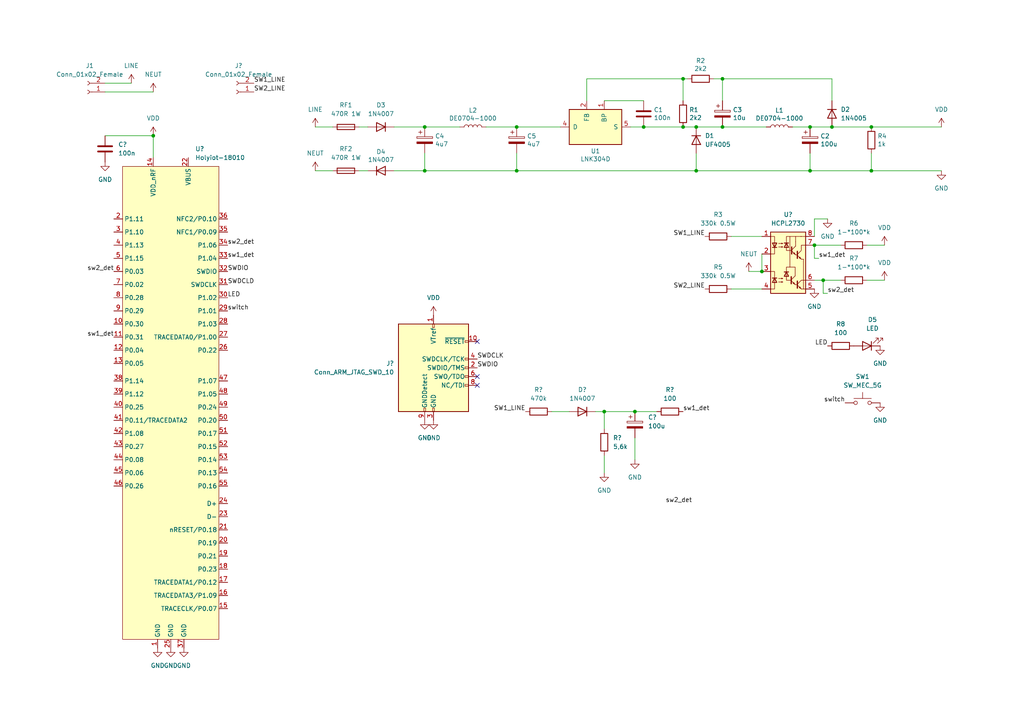
<source format=kicad_sch>
(kicad_sch (version 20211123) (generator eeschema)
  (paper "A4")
  (lib_symbols
    (symbol "Connector:Conn_01x02_Female" (pin_names (offset 1.016) hide)
      (property "Reference" "J" (at 0 2.54 0))
      (property "Value" "Conn_01x02_Female" (at 0 -5.08 0))
      (symbol "Conn_01x02_Female_1_1"
        (arc (start 0 -2.032) (mid -0.508 -2.54) (end 0 -3.048) (stroke (width 0.1524)))
        (polyline (pts (xy -1.27 -2.54) (xy -0.508 -2.54)) (stroke (width 0.1524)))
        (polyline (pts (xy -1.27 0) (xy -0.508 0)) (stroke (width 0.1524)))
        (arc (start 0 0.508) (mid -0.508 0) (end 0 -0.508) (stroke (width 0.1524)))
        (pin passive line (at -5.08 0 0) (length 3.81) (name "Pin_1") (number "1"))
        (pin passive line (at -5.08 -2.54 0) (length 3.81) (name "Pin_2") (number "2"))
      )
    )
    (symbol "Connector:Conn_ARM_JTAG_SWD_10" (pin_names (offset 1.016))
      (property "Reference" "J" (at -2.54 16.51 0))
      (property "Value" "Conn_ARM_JTAG_SWD_10" (at -2.54 13.97 0))
      (symbol "Conn_ARM_JTAG_SWD_10_0_1"
        (rectangle (start -10.16 12.7) (end 10.16 -12.7) (stroke (width 0.254)) (fill (type background)))
        (rectangle (start -2.794 -12.7) (end -2.286 -11.684))
        (rectangle (start -0.254 -12.7) (end 0.254 -11.684))
        (rectangle (start -0.254 12.7) (end 0.254 11.684))
        (rectangle (start 9.144 2.286) (end 10.16 2.794))
        (rectangle (start 10.16 -2.794) (end 9.144 -2.286))
        (rectangle (start 10.16 -0.254) (end 9.144 0.254))
        (rectangle (start 10.16 7.874) (end 9.144 7.366))
      )
      (symbol "Conn_ARM_JTAG_SWD_10_1_1"
        (rectangle (start 9.144 -5.334) (end 10.16 -4.826))
        (pin power_in line (at 0 15.24 270) (length 2.54) (name "VTref") (number "1"))
        (pin open_collector line (at 12.7 7.62 180) (length 2.54) (name "~{RESET}") (number "10"))
        (pin bidirectional line (at 12.7 0 180) (length 2.54) (name "SWDIO/TMS") (number "2"))
        (pin power_in line (at 0 -15.24 90) (length 2.54) (name "GND") (number "3"))
        (pin output line (at 12.7 2.54 180) (length 2.54) (name "SWDCLK/TCK") (number "4"))
        (pin passive line (at 0 -15.24 90) (length 2.54) hide (name "GND") (number "5"))
        (pin input line (at 12.7 -2.54 180) (length 2.54) (name "SWO/TDO") (number "6"))
        (pin no_connect line (at -10.16 0 0) (length 2.54) hide (name "KEY") (number "7"))
        (pin output line (at 12.7 -5.08 180) (length 2.54) (name "NC/TDI") (number "8"))
        (pin passive line (at -2.54 -15.24 90) (length 2.54) (name "GNDDetect") (number "9"))
      )
    )
    (symbol "Device:C" (pin_numbers hide) (pin_names (offset 0.254))
      (property "Reference" "C" (at 0.635 2.54 0))
      (property "Value" "C" (at 0.635 -2.54 0))
      (symbol "C_0_1"
        (polyline (pts (xy -2.032 -0.762) (xy 2.032 -0.762)) (stroke (width 0.508)))
        (polyline (pts (xy -2.032 0.762) (xy 2.032 0.762)) (stroke (width 0.508)))
      )
      (symbol "C_1_1"
        (pin passive line (at 0 3.81 270) (length 2.794) (name "~") (number "1"))
        (pin passive line (at 0 -3.81 90) (length 2.794) (name "~") (number "2"))
      )
    )
    (symbol "Device:CP" (pin_numbers hide) (pin_names (offset 0.254))
      (property "Reference" "C" (at 0.635 2.54 0))
      (property "Value" "Device_CP" (at 0.635 -2.54 0))
      (symbol "CP_0_1"
        (rectangle (start -2.286 0.508) (end 2.286 1.016))
        (polyline (pts (xy -1.778 2.286) (xy -0.762 2.286)))
        (polyline (pts (xy -1.27 2.794) (xy -1.27 1.778)))
        (rectangle (start 2.286 -0.508) (end -2.286 -1.016) (fill (type outline)))
      )
      (symbol "CP_1_1"
        (pin passive line (at 0 3.81 270) (length 2.794) (name "~") (number "1"))
        (pin passive line (at 0 -3.81 90) (length 2.794) (name "~") (number "2"))
      )
    )
    (symbol "Device:C_Polarized" (pin_numbers hide) (pin_names (offset 0.254))
      (property "Reference" "C" (at 0.635 2.54 0))
      (property "Value" "C_Polarized" (at 0.635 -2.54 0))
      (symbol "C_Polarized_0_1"
        (rectangle (start -2.286 0.508) (end 2.286 1.016))
        (polyline (pts (xy -1.778 2.286) (xy -0.762 2.286)))
        (polyline (pts (xy -1.27 2.794) (xy -1.27 1.778)))
        (rectangle (start 2.286 -0.508) (end -2.286 -1.016) (fill (type outline)))
      )
      (symbol "C_Polarized_1_1"
        (pin passive line (at 0 3.81 270) (length 2.794) (name "~") (number "1"))
        (pin passive line (at 0 -3.81 90) (length 2.794) (name "~") (number "2"))
      )
    )
    (symbol "Device:D" (pin_numbers hide) (pin_names (offset 1.016) hide)
      (property "Reference" "D" (at 0 2.54 0))
      (property "Value" "D" (at 0 -2.54 0))
      (symbol "D_0_1"
        (polyline (pts (xy -1.27 1.27) (xy -1.27 -1.27)) (stroke (width 0.254)))
        (polyline (pts (xy 1.27 0) (xy -1.27 0)))
        (polyline (pts (xy 1.27 1.27) (xy 1.27 -1.27) (xy -1.27 0) (xy 1.27 1.27)) (stroke (width 0.254)))
      )
      (symbol "D_1_1"
        (pin passive line (at -3.81 0 0) (length 2.54) (name "K") (number "1"))
        (pin passive line (at 3.81 0 180) (length 2.54) (name "A") (number "2"))
      )
    )
    (symbol "Device:Fuse" (pin_numbers hide) (pin_names (offset 0))
      (property "Reference" "F" (at 2.032 0 90))
      (property "Value" "Fuse" (at -1.905 0 90))
      (symbol "Fuse_0_1"
        (rectangle (start -0.762 -2.54) (end 0.762 2.54) (stroke (width 0.254)))
        (polyline (pts (xy 0 2.54) (xy 0 -2.54)))
      )
      (symbol "Fuse_1_1"
        (pin passive line (at 0 3.81 270) (length 1.27) (name "~") (number "1"))
        (pin passive line (at 0 -3.81 90) (length 1.27) (name "~") (number "2"))
      )
    )
    (symbol "Device:L" (pin_numbers hide) (pin_names (offset 1.016) hide)
      (property "Reference" "L" (at -1.27 0 90))
      (property "Value" "L" (at 1.905 0 90))
      (symbol "L_0_1"
        (arc (start 0 -2.54) (mid 0.635 -1.905) (end 0 -1.27))
        (arc (start 0 -1.27) (mid 0.635 -0.635) (end 0 0))
        (arc (start 0 0) (mid 0.635 0.635) (end 0 1.27))
        (arc (start 0 1.27) (mid 0.635 1.905) (end 0 2.54))
      )
      (symbol "L_1_1"
        (pin passive line (at 0 3.81 270) (length 1.27) (name "1") (number "1"))
        (pin passive line (at 0 -3.81 90) (length 1.27) (name "2") (number "2"))
      )
    )
    (symbol "Device:LED" (pin_numbers hide) (pin_names (offset 1.016) hide)
      (property "Reference" "D" (at 0 2.54 0))
      (property "Value" "LED" (at 0 -2.54 0))
      (symbol "LED_0_1"
        (polyline (pts (xy -1.27 -1.27) (xy -1.27 1.27)) (stroke (width 0.254)))
        (polyline (pts (xy -1.27 0) (xy 1.27 0)))
        (polyline (pts (xy 1.27 -1.27) (xy 1.27 1.27) (xy -1.27 0) (xy 1.27 -1.27)) (stroke (width 0.254)))
        (polyline (pts (xy -3.048 -0.762) (xy -4.572 -2.286) (xy -3.81 -2.286) (xy -4.572 -2.286) (xy -4.572 -1.524)))
        (polyline (pts (xy -1.778 -0.762) (xy -3.302 -2.286) (xy -2.54 -2.286) (xy -3.302 -2.286) (xy -3.302 -1.524)))
      )
      (symbol "LED_1_1"
        (pin passive line (at -3.81 0 0) (length 2.54) (name "K") (number "1"))
        (pin passive line (at 3.81 0 180) (length 2.54) (name "A") (number "2"))
      )
    )
    (symbol "Device:R" (pin_numbers hide) (pin_names (offset 0))
      (property "Reference" "R" (at 2.032 0 90))
      (property "Value" "R" (at 0 0 90))
      (symbol "R_0_1"
        (rectangle (start -1.016 -2.54) (end 1.016 2.54) (stroke (width 0.254)))
      )
      (symbol "R_1_1"
        (pin passive line (at 0 3.81 270) (length 1.27) (name "~") (number "1"))
        (pin passive line (at 0 -3.81 90) (length 1.27) (name "~") (number "2"))
      )
    )
    (symbol "Isolator:HCPL2730" (pin_names (offset 0.762) hide)
      (property "Reference" "U" (at -5.08 10.16 0))
      (property "Value" "HCPL2730" (at -5.08 -10.16 0))
      (symbol "HCPL2730_0_1"
        (rectangle (start -5.08 8.89) (end 5.08 -8.89) (stroke (width 0.254)) (fill (type background)))
        (polyline (pts (xy -4.572 -4.445) (xy -3.302 -4.445)) (stroke (width 0.254)))
        (polyline (pts (xy -4.572 4.445) (xy -3.302 4.445)) (stroke (width 0.254)))
        (polyline (pts (xy -0.508 -4.572) (xy -0.508 -3.937)))
        (polyline (pts (xy 0.127 -2.667) (xy -1.143 -2.667)) (stroke (width 0.254)))
        (polyline (pts (xy 0.127 5.715) (xy -1.143 5.715)) (stroke (width 0.254)))
        (polyline (pts (xy 0.889 -5.207) (xy 2.032 -6.35)))
        (polyline (pts (xy 0.889 -4.953) (xy 2.032 -3.81)))
        (polyline (pts (xy 1.016 3.429) (xy 2.159 2.286)))
        (polyline (pts (xy 1.016 3.683) (xy 2.159 4.826)))
        (polyline (pts (xy 2.032 -6.35) (xy 2.54 -6.35)))
        (polyline (pts (xy 2.159 2.286) (xy 2.667 2.286)))
        (polyline (pts (xy 2.159 4.826) (xy 2.159 6.096)))
        (polyline (pts (xy 2.159 6.096) (xy 2.159 7.62)))
        (polyline (pts (xy 2.667 -6.477) (xy 3.81 -7.62)))
        (polyline (pts (xy 2.667 -6.223) (xy 3.81 -5.08)))
        (polyline (pts (xy 2.667 2.159) (xy 3.81 1.016)))
        (polyline (pts (xy 2.667 2.413) (xy 3.81 3.556)))
        (polyline (pts (xy 3.683 7.62) (xy 5.08 7.62)))
        (polyline (pts (xy 3.81 -7.62) (xy 5.08 -7.62)))
        (polyline (pts (xy 3.81 -5.08) (xy 5.08 -5.08)))
        (polyline (pts (xy 3.81 1.016) (xy 4.445 1.016)))
        (polyline (pts (xy 4.445 -7.62) (xy 4.445 1.016)))
        (polyline (pts (xy -0.508 -4.572) (xy -0.508 -5.08) (xy 0.762 -5.08)))
        (polyline (pts (xy -0.508 4.445) (xy -0.508 7.62) (xy 3.81 7.62)))
        (polyline (pts (xy -0.508 4.572) (xy -0.508 3.556) (xy 1.016 3.556)))
        (polyline (pts (xy 0.508 -1.27) (xy 2.032 -1.27) (xy 2.032 -3.81)))
        (polyline (pts (xy 0.889 -4.064) (xy 0.889 -6.096) (xy 0.889 -6.096)) (stroke (width 0.3556)))
        (polyline (pts (xy 1.016 4.572) (xy 1.016 2.54) (xy 1.016 2.54)) (stroke (width 0.3556)))
        (polyline (pts (xy 2.667 -5.334) (xy 2.667 -7.366) (xy 2.667 -7.366)) (stroke (width 0.3556)))
        (polyline (pts (xy 2.667 3.302) (xy 2.667 1.27) (xy 2.667 1.27)) (stroke (width 0.3556)))
        (polyline (pts (xy 3.81 3.683) (xy 3.81 5.08) (xy 5.08 5.08)))
        (polyline (pts (xy -5.08 -2.54) (xy -3.937 -2.54) (xy -3.937 -7.62) (xy -5.08 -7.62)))
        (polyline (pts (xy -5.08 7.62) (xy -3.937 7.62) (xy -3.937 2.54) (xy -5.08 2.54)))
        (polyline (pts (xy -3.937 -4.445) (xy -4.572 -5.715) (xy -3.302 -5.715) (xy -3.937 -4.445)) (stroke (width 0.254)))
        (polyline (pts (xy -3.937 4.445) (xy -4.572 5.715) (xy -3.302 5.715) (xy -3.937 4.445)) (stroke (width 0.254)))
        (polyline (pts (xy -0.508 -3.937) (xy -0.508 -1.27) (xy 0.508 -1.27) (xy 0.508 7.62)))
        (polyline (pts (xy -0.508 -2.667) (xy 0.127 -3.937) (xy -1.143 -3.937) (xy -0.508 -2.667)) (stroke (width 0.254)))
        (polyline (pts (xy -0.508 5.715) (xy 0.127 4.445) (xy -1.143 4.445) (xy -0.508 5.715)) (stroke (width 0.254)))
        (polyline (pts (xy 1.905 -6.223) (xy 1.651 -5.715) (xy 1.397 -5.969) (xy 1.905 -6.223)))
        (polyline (pts (xy 2.032 2.413) (xy 1.778 2.921) (xy 1.524 2.667) (xy 2.032 2.413)))
        (polyline (pts (xy 3.683 -7.493) (xy 3.429 -6.985) (xy 3.175 -7.239) (xy 3.683 -7.493)))
        (polyline (pts (xy 3.683 1.143) (xy 3.429 1.651) (xy 3.175 1.397) (xy 3.683 1.143)))
        (polyline (pts (xy -2.794 -5.588) (xy -1.524 -5.588) (xy -1.905 -5.715) (xy -1.905 -5.461) (xy -1.524 -5.588)))
        (polyline (pts (xy -2.794 -4.572) (xy -1.524 -4.572) (xy -1.905 -4.699) (xy -1.905 -4.445) (xy -1.524 -4.572)))
        (polyline (pts (xy -2.794 4.572) (xy -1.524 4.572) (xy -1.905 4.445) (xy -1.905 4.699) (xy -1.524 4.572)))
        (polyline (pts (xy -2.794 5.588) (xy -1.524 5.588) (xy -1.905 5.461) (xy -1.905 5.715) (xy -1.524 5.588)))
      )
      (symbol "HCPL2730_1_1"
        (pin passive line (at -7.62 7.62 0) (length 2.54) (name "A1") (number "1"))
        (pin passive line (at -7.62 2.54 0) (length 2.54) (name "C1") (number "2"))
        (pin passive line (at -7.62 -2.54 0) (length 2.54) (name "C2") (number "3"))
        (pin passive line (at -7.62 -7.62 0) (length 2.54) (name "A2") (number "4"))
        (pin passive line (at 7.62 -7.62 180) (length 2.54) (name "GND") (number "5"))
        (pin passive line (at 7.62 -5.08 180) (length 2.54) (name "VO2") (number "6"))
        (pin passive line (at 7.62 5.08 180) (length 2.54) (name "VO1") (number "7"))
        (pin passive line (at 7.62 7.62 180) (length 2.54) (name "VCC") (number "8"))
      )
    )
    (symbol "Regulator_Switching:LNK304D" (pin_names (offset 1.016))
      (property "Reference" "U" (at 0 -6.35 0))
      (property "Value" "LNK304D" (at 0 -8.89 0))
      (symbol "LNK304D_0_1"
        (rectangle (start -7.62 5.08) (end 7.62 -5.08) (stroke (width 0.254)) (fill (type background)))
      )
      (symbol "LNK304D_1_1"
        (pin input line (at 2.54 7.62 270) (length 2.54) (name "BP") (number "1"))
        (pin input line (at -2.54 7.62 270) (length 2.54) (name "FB") (number "2"))
        (pin open_collector line (at -10.16 0 0) (length 2.54) (name "D") (number "4"))
        (pin power_in line (at 10.16 0 180) (length 2.54) (name "S") (number "5"))
        (pin passive line (at 10.16 0 180) (length 2.54) hide (name "S") (number "6"))
        (pin passive line (at 10.16 0 180) (length 2.54) hide (name "S") (number "7"))
        (pin passive line (at 10.16 0 180) (length 2.54) hide (name "S") (number "8"))
      )
    )
    (symbol "Switch:SW_MEC_5G" (pin_numbers hide) (pin_names (offset 1.016) hide)
      (property "Reference" "SW" (at 1.27 2.54 0))
      (property "Value" "SW_MEC_5G" (at 0 -1.524 0))
      (symbol "SW_MEC_5G_0_1"
        (circle (center -2.032 0) (radius 0.508))
        (polyline (pts (xy 0 1.27) (xy 0 3.048)))
        (polyline (pts (xy 2.54 1.27) (xy -2.54 1.27)))
        (circle (center 2.032 0) (radius 0.508))
        (pin passive line (at -5.08 0 0) (length 2.54) (name "A") (number "1"))
        (pin passive line (at 5.08 0 180) (length 2.54) (name "B") (number "3"))
      )
      (symbol "SW_MEC_5G_1_1"
        (pin passive line (at -5.08 0 0) (length 2.54) hide (name "A") (number "2"))
        (pin passive line (at 5.08 0 180) (length 2.54) hide (name "B") (number "4"))
      )
    )
    (symbol "holyiot:Holyiot-18010"
      (property "Reference" "U" (at 10.16 0 0))
      (property "Value" "Holyiot-18010" (at -1.27 0 0))
      (symbol "Holyiot-18010_0_1"
        (rectangle (start -13.97 11.43) (end 13.97 -125.73) (fill (type background)))
      )
      (symbol "Holyiot-18010_1_1"
        (pin power_in line (at -3.81 -128.27 90) (length 2.54) (name "GND") (number "1"))
        (pin bidirectional line (at -16.51 -34.29 0) (length 2.54) (name "P0.30") (number "10"))
        (pin bidirectional line (at -16.51 -38.1 0) (length 2.54) (name "P0.31") (number "11"))
        (pin bidirectional line (at -16.51 -41.91 0) (length 2.54) (name "P0.04") (number "12"))
        (pin bidirectional line (at -16.51 -45.72 0) (length 2.54) (name "P0.05") (number "13"))
        (pin power_in line (at -5.08 13.97 270) (length 2.54) (name "VDD_nRF") (number "14"))
        (pin bidirectional line (at 16.51 -116.84 180) (length 2.54) (name "TRACECLK/P0.07") (number "15"))
        (pin bidirectional line (at 16.51 -113.03 180) (length 2.54) (name "TRACEDATA3/P1.09") (number "16"))
        (pin bidirectional line (at 16.51 -109.22 180) (length 2.54) (name "TRACEDATA1/P0.12") (number "17"))
        (pin bidirectional line (at 16.51 -105.41 180) (length 2.54) (name "P0.23") (number "18"))
        (pin bidirectional line (at 16.51 -101.6 180) (length 2.54) (name "P0.21") (number "19"))
        (pin bidirectional line (at -16.51 -3.81 0) (length 2.54) (name "P1.11") (number "2"))
        (pin bidirectional line (at 16.51 -97.79 180) (length 2.54) (name "P0.19") (number "20"))
        (pin bidirectional line (at 16.51 -93.98 180) (length 2.54) (name "nRESET/P0.18") (number "21"))
        (pin power_in line (at 5.08 13.97 270) (length 2.54) (name "VBUS") (number "22"))
        (pin bidirectional line (at 16.51 -90.17 180) (length 2.54) (name "D-") (number "23"))
        (pin bidirectional line (at 16.51 -86.36 180) (length 2.54) (name "D+") (number "24"))
        (pin power_in line (at 0 -128.27 90) (length 2.54) (name "GND") (number "25"))
        (pin bidirectional line (at 16.51 -41.91 180) (length 2.54) (name "P0.22") (number "26"))
        (pin bidirectional line (at 16.51 -38.1 180) (length 2.54) (name "TRACEDATA0/P1.00") (number "27"))
        (pin bidirectional line (at 16.51 -34.29 180) (length 2.54) (name "P1.03") (number "28"))
        (pin bidirectional line (at 16.51 -30.48 180) (length 2.54) (name "P1.01") (number "29"))
        (pin bidirectional line (at -16.51 -7.62 0) (length 2.54) (name "P1.10") (number "3"))
        (pin bidirectional line (at 16.51 -26.67 180) (length 2.54) (name "P1.02") (number "30"))
        (pin bidirectional line (at 16.51 -22.86 180) (length 2.54) (name "SWDCLK") (number "31"))
        (pin bidirectional line (at 16.51 -19.05 180) (length 2.54) (name "SWDIO") (number "32"))
        (pin bidirectional line (at 16.51 -15.24 180) (length 2.54) (name "P1.04") (number "33"))
        (pin bidirectional line (at 16.51 -11.43 180) (length 2.54) (name "P1.06") (number "34"))
        (pin bidirectional line (at 16.51 -7.62 180) (length 2.54) (name "NFC1/P0.09") (number "35"))
        (pin bidirectional line (at 16.51 -3.81 180) (length 2.54) (name "NFC2/P0.10") (number "36"))
        (pin power_in line (at 3.81 -128.27 90) (length 2.54) (name "GND") (number "37"))
        (pin bidirectional line (at -16.51 -50.8 0) (length 2.54) (name "P1.14") (number "38"))
        (pin bidirectional line (at -16.51 -54.61 0) (length 2.54) (name "P1.12") (number "39"))
        (pin bidirectional line (at -16.51 -11.43 0) (length 2.54) (name "P1.13") (number "4"))
        (pin bidirectional line (at -16.51 -58.42 0) (length 2.54) (name "P0.25") (number "40"))
        (pin bidirectional line (at -16.51 -62.23 0) (length 2.54) (name "P0.11/TRACEDATA2") (number "41"))
        (pin bidirectional line (at -16.51 -66.04 0) (length 2.54) (name "P1.08") (number "42"))
        (pin bidirectional line (at -16.51 -69.85 0) (length 2.54) (name "P0.27") (number "43"))
        (pin bidirectional line (at -16.51 -73.66 0) (length 2.54) (name "P0.08") (number "44"))
        (pin bidirectional line (at -16.51 -77.47 0) (length 2.54) (name "P0.06") (number "45"))
        (pin bidirectional line (at -16.51 -81.28 0) (length 2.54) (name "P0.26") (number "46"))
        (pin bidirectional line (at 16.51 -50.8 180) (length 2.54) (name "P1.07") (number "47"))
        (pin bidirectional line (at 16.51 -54.61 180) (length 2.54) (name "P1.05") (number "48"))
        (pin bidirectional line (at 16.51 -58.42 180) (length 2.54) (name "P0.24") (number "49"))
        (pin bidirectional line (at -16.51 -15.24 0) (length 2.54) (name "P1.15") (number "5"))
        (pin bidirectional line (at 16.51 -62.23 180) (length 2.54) (name "P0.20") (number "50"))
        (pin bidirectional line (at 16.51 -66.04 180) (length 2.54) (name "P0.17") (number "51"))
        (pin bidirectional line (at 16.51 -69.85 180) (length 2.54) (name "P0.15") (number "52"))
        (pin bidirectional line (at 16.51 -73.66 180) (length 2.54) (name "P0.14") (number "53"))
        (pin bidirectional line (at 16.51 -77.47 180) (length 2.54) (name "P0.13") (number "54"))
        (pin bidirectional line (at 16.51 -81.28 180) (length 2.54) (name "P0.16") (number "55"))
        (pin bidirectional line (at -16.51 -19.05 0) (length 2.54) (name "P0.03") (number "6"))
        (pin bidirectional line (at -16.51 -22.86 0) (length 2.54) (name "P0.02") (number "7"))
        (pin bidirectional line (at -16.51 -26.67 0) (length 2.54) (name "P0.28") (number "8"))
        (pin bidirectional line (at -16.51 -30.48 0) (length 2.54) (name "P0.29") (number "9"))
      )
    )
    (symbol "power:GND" (power) (pin_names (offset 0))
      (property "Value" "GND" (at 0 -3.81 0))
      (symbol "GND_0_1"
        (polyline (pts (xy 0 0) (xy 0 -1.27) (xy 1.27 -1.27) (xy 0 -2.54) (xy -1.27 -1.27) (xy 0 -1.27)))
      )
      (symbol "GND_1_1"
        (pin power_in line (at 0 0 270) (length 0) hide (name "GND") (number "1"))
      )
    )
    (symbol "power:LINE" (power) (pin_names (offset 0))
      (property "Value" "LINE" (at 0 3.81 0))
      (symbol "LINE_0_1"
        (polyline (pts (xy -0.762 1.27) (xy 0 2.54)))
        (polyline (pts (xy 0 0) (xy 0 2.54)))
        (polyline (pts (xy 0 2.54) (xy 0.762 1.27)))
      )
      (symbol "LINE_1_1"
        (pin power_in line (at 0 0 90) (length 0) hide (name "LINE") (number "1"))
      )
    )
    (symbol "power:NEUT" (power) (pin_names (offset 0))
      (property "Value" "NEUT" (at 0 3.81 0))
      (symbol "NEUT_0_1"
        (polyline (pts (xy -0.762 1.27) (xy 0 2.54)))
        (polyline (pts (xy 0 0) (xy 0 2.54)))
        (polyline (pts (xy 0 2.54) (xy 0.762 1.27)))
      )
      (symbol "NEUT_1_1"
        (pin power_in line (at 0 0 90) (length 0) hide (name "NEUT") (number "1"))
      )
    )
    (symbol "power:VDD" (power) (pin_names (offset 0))
      (property "Value" "VDD" (at 0 3.81 0))
      (symbol "VDD_0_1"
        (polyline (pts (xy -0.762 1.27) (xy 0 2.54)))
        (polyline (pts (xy 0 0) (xy 0 2.54)))
        (polyline (pts (xy 0 2.54) (xy 0.762 1.27)))
      )
      (symbol "VDD_1_1"
        (pin power_in line (at 0 0 90) (length 0) hide (name "VDD") (number "1"))
      )
    )
  )
  (junction (at 241.3 36.83))
  (junction (at 209.55 22.86))
  (junction (at 198.12 36.83))
  (junction (at 236.22 71.12))
  (junction (at 149.86 49.53))
  (junction (at 252.73 36.83))
  (junction (at 175.26 119.38))
  (junction (at 201.93 36.83))
  (junction (at 220.98 78.74))
  (junction (at 209.55 36.83))
  (junction (at 234.95 36.83))
  (junction (at 201.93 49.53))
  (junction (at 198.12 22.86))
  (junction (at 149.86 36.83))
  (junction (at 123.19 36.83))
  (junction (at 234.95 49.53))
  (junction (at 184.15 119.38))
  (junction (at 123.19 49.53))
  (junction (at 252.73 49.53))
  (junction (at 186.69 36.83))
  (junction (at 44.45 39.37))
  (junction (at 238.76 81.28))
  (no_connect (at 138.43 99.06))
  (no_connect (at 138.43 111.76))
  (no_connect (at 138.43 109.22))
  (wire (pts (xy 175.26 119.38) (xy 175.26 124.46)))
  (wire (pts (xy 240.03 85.09) (xy 238.76 85.09)))
  (wire (pts (xy 209.55 22.86) (xy 209.55 29.21)))
  (wire (pts (xy 44.45 39.37) (xy 44.45 45.72)))
  (wire (pts (xy 114.3 36.83) (xy 123.19 36.83)))
  (wire (pts (xy 236.22 81.28) (xy 238.76 81.28)))
  (wire (pts (xy 199.39 22.86) (xy 198.12 22.86)))
  (wire (pts (xy 149.86 49.53) (xy 201.93 49.53)))
  (wire (pts (xy 238.76 85.09) (xy 238.76 81.28)))
  (wire (pts (xy 236.22 71.12) (xy 236.22 74.93)))
  (wire (pts (xy 209.55 22.86) (xy 241.3 22.86)))
  (wire (pts (xy 198.12 22.86) (xy 170.18 22.86)))
  (wire (pts (xy 212.09 68.58) (xy 220.98 68.58)))
  (wire (pts (xy 123.19 36.83) (xy 133.35 36.83)))
  (wire (pts (xy 209.55 36.83) (xy 222.25 36.83)))
  (wire (pts (xy 251.46 81.28) (xy 256.54 81.28)))
  (wire (pts (xy 217.17 78.74) (xy 220.98 78.74)))
  (wire (pts (xy 198.12 36.83) (xy 201.93 36.83)))
  (wire (pts (xy 30.48 26.67) (xy 44.45 26.67)))
  (wire (pts (xy 241.3 22.86) (xy 241.3 29.21)))
  (wire (pts (xy 251.46 71.12) (xy 256.54 71.12)))
  (wire (pts (xy 104.14 36.83) (xy 106.68 36.83)))
  (wire (pts (xy 236.22 63.5) (xy 236.22 68.58)))
  (wire (pts (xy 104.14 49.53) (xy 106.68 49.53)))
  (wire (pts (xy 30.48 24.13) (xy 38.1 24.13)))
  (wire (pts (xy 149.86 36.83) (xy 162.56 36.83)))
  (wire (pts (xy 91.44 36.83) (xy 96.52 36.83)))
  (wire (pts (xy 201.93 44.45) (xy 201.93 49.53)))
  (wire (pts (xy 184.15 119.38) (xy 190.5 119.38)))
  (wire (pts (xy 172.72 119.38) (xy 175.26 119.38)))
  (wire (pts (xy 234.95 36.83) (xy 241.3 36.83)))
  (wire (pts (xy 123.19 49.53) (xy 149.86 49.53)))
  (wire (pts (xy 252.73 49.53) (xy 273.05 49.53)))
  (wire (pts (xy 175.26 119.38) (xy 184.15 119.38)))
  (wire (pts (xy 252.73 36.83) (xy 273.05 36.83)))
  (wire (pts (xy 212.09 83.82) (xy 220.98 83.82)))
  (wire (pts (xy 198.12 22.86) (xy 198.12 29.21)))
  (wire (pts (xy 220.98 73.66) (xy 220.98 78.74)))
  (wire (pts (xy 160.02 119.38) (xy 165.1 119.38)))
  (wire (pts (xy 186.69 36.83) (xy 198.12 36.83)))
  (wire (pts (xy 170.18 22.86) (xy 170.18 29.21)))
  (wire (pts (xy 175.26 29.21) (xy 186.69 29.21)))
  (wire (pts (xy 229.87 36.83) (xy 234.95 36.83)))
  (wire (pts (xy 149.86 44.45) (xy 149.86 49.53)))
  (wire (pts (xy 207.01 22.86) (xy 209.55 22.86)))
  (wire (pts (xy 237.49 74.93) (xy 236.22 74.93)))
  (wire (pts (xy 240.03 63.5) (xy 236.22 63.5)))
  (wire (pts (xy 123.19 44.45) (xy 123.19 49.53)))
  (wire (pts (xy 238.76 81.28) (xy 243.84 81.28)))
  (wire (pts (xy 234.95 49.53) (xy 252.73 49.53)))
  (wire (pts (xy 182.88 36.83) (xy 186.69 36.83)))
  (wire (pts (xy 241.3 36.83) (xy 252.73 36.83)))
  (wire (pts (xy 184.15 127) (xy 184.15 133.35)))
  (wire (pts (xy 234.95 44.45) (xy 234.95 49.53)))
  (wire (pts (xy 30.48 39.37) (xy 44.45 39.37)))
  (wire (pts (xy 91.44 49.53) (xy 96.52 49.53)))
  (wire (pts (xy 236.22 71.12) (xy 243.84 71.12)))
  (wire (pts (xy 201.93 36.83) (xy 209.55 36.83)))
  (wire (pts (xy 175.26 132.08) (xy 175.26 137.16)))
  (wire (pts (xy 114.3 49.53) (xy 123.19 49.53)))
  (wire (pts (xy 252.73 44.45) (xy 252.73 49.53)))
  (wire (pts (xy 140.97 36.83) (xy 149.86 36.83)))
  (wire (pts (xy 201.93 49.53) (xy 234.95 49.53)))
  (label "SW1_LINE" (at 152.4 119.38 180))
  (label "SWDIO" (at 138.43 106.68 0))
  (label "sw2_det" (at 193.04 146.05 0))
  (label "SW1_LINE" (at 204.47 68.58 180))
  (label "sw1_det" (at 66.04 74.93 0))
  (label "LED" (at 66.04 86.36 0))
  (label "sw2_det" (at 66.04 71.12 0))
  (label "sw2_det" (at 33.02 78.74 180))
  (label "sw1_det" (at 237.49 74.93 0))
  (label "SW2_LINE" (at 73.66 26.67 0))
  (label "SW1_LINE" (at 73.66 24.13 0))
  (label "SWDCLD" (at 66.04 82.55 0))
  (label "sw2_det" (at 240.03 85.09 0))
  (label "SWDIO" (at 66.04 78.74 0))
  (label "switch" (at 245.11 116.84 180))
  (label "sw1_det" (at 33.02 97.79 180))
  (label "SW2_LINE" (at 204.47 83.82 180))
  (label "sw1_det" (at 198.12 119.38 0))
  (label "switch" (at 66.04 90.17 0))
  (label "SWDCLK" (at 138.43 104.14 0))
  (label "LED" (at 240.03 100.33 180))
  (symbol (lib_id "Regulator_Switching:LNK304D") (at 172.72 36.83 0) (unit 1)
    (property "Reference" "U1" (at 172.72 43.815 0))
    (property "Value" "LNK304D" (at 172.72 46.1264 0))
    (property "Footprint" "Package_SO:PowerIntegrations_SO-8B" (effects hide))
    (property "Datasheet" "http://www.powerint.com/sites/default/files/product-docs/lnk302_304-306.pdf" (effects hide))
  )
  (symbol (lib_id "Device:L") (at 226.06 36.83 90) (unit 1)
    (property "Reference" "L1" (at 226.06 32.004 90))
    (property "Value" "DE0704-1000" (at 226.06 34.3154 90))
  )
  (symbol (lib_id "Device:C") (at 186.69 33.02 0) (unit 1)
    (property "Reference" "C1" (at 189.611 31.8516 0) (effects (justify left)))
    (property "Value" "100n" (at 189.611 34.163 0) (effects (justify left)))
  )
  (symbol (lib_id "Device:R") (at 198.12 33.02 0) (unit 1)
    (property "Reference" "R1" (at 199.898 31.8516 0) (effects (justify left)))
    (property "Value" "2k2" (at 199.898 34.163 0) (effects (justify left)))
  )
  (symbol (lib_id "Device:CP") (at 209.55 33.02 0) (unit 1)
    (property "Reference" "C3" (at 212.5472 31.8516 0) (effects (justify left)))
    (property "Value" "10u" (at 212.5472 34.163 0) (effects (justify left)))
  )
  (symbol (lib_id "Device:R") (at 203.2 22.86 270) (unit 1)
    (property "Reference" "R2" (at 203.2 17.6022 90))
    (property "Value" "2k2" (at 203.2 19.9136 90))
  )
  (symbol (lib_id "power:GND") (at 255.27 100.33 0) (unit 1)
    (property "Reference" "#PWR0119" (effects hide))
    (property "Value" "GND" (at 255.27 105.41 0))
  )
  (symbol (lib_id "power:VDD") (at 256.54 71.12 0) (unit 1)
    (property "Reference" "#PWR0116" (effects hide))
    (property "Value" "VDD" (at 256.54 66.04 0))
  )
  (symbol (lib_id "Device:D") (at 241.3 33.02 270) (unit 1)
    (property "Reference" "D2" (at 243.84 31.7499 90) (effects (justify left)))
    (property "Value" "1N4005" (at 243.84 34.2899 90) (effects (justify left)))
  )
  (symbol (lib_id "Isolator:HCPL2730") (at 228.6 76.2 0) (unit 1)
    (property "Reference" "U?" (at 228.6 62.23 0))
    (property "Value" "HCPL2730" (at 228.6 64.77 0))
    (property "Datasheet" "http://www.onsemi.com/pub/Collateral/HCPL2731-D.pdf" (effects hide))
  )
  (symbol (lib_id "power:GND") (at 45.72 187.96 0) (unit 1)
    (property "Reference" "#PWR0112" (effects hide))
    (property "Value" "GND" (at 45.72 193.04 0))
  )
  (symbol (lib_id "power:GND") (at 125.73 121.92 0) (unit 1)
    (property "Reference" "#PWR0107" (effects hide))
    (property "Value" "GND" (at 125.73 127 0))
  )
  (symbol (lib_id "Device:D") (at 168.91 119.38 180) (unit 1)
    (property "Reference" "D?" (at 168.91 113.03 0))
    (property "Value" "1N4007" (at 168.91 115.57 0))
  )
  (symbol (lib_id "Switch:SW_MEC_5G") (at 250.19 116.84 0) (unit 1)
    (property "Reference" "SW1" (at 250.19 109.22 0))
    (property "Value" "SW_MEC_5G" (at 250.19 111.76 0))
    (property "Datasheet" "http://www.apem.com/int/index.php?controller=attachment&id_attachment=488" (effects hide))
  )
  (symbol (lib_id "Device:CP") (at 234.95 40.64 0) (unit 1)
    (property "Reference" "C2" (at 237.9472 39.4716 0) (effects (justify left)))
    (property "Value" "100u" (at 237.9472 41.783 0) (effects (justify left)))
  )
  (symbol (lib_id "power:GND") (at 236.22 83.82 0) (unit 1)
    (property "Reference" "#PWR0118" (effects hide))
    (property "Value" "GND" (at 236.22 88.9 0))
  )
  (symbol (lib_id "Device:R") (at 175.26 128.27 180) (unit 1)
    (property "Reference" "R?" (at 177.8 126.9999 0) (effects (justify right)))
    (property "Value" "5,6k" (at 177.8 129.5399 0) (effects (justify right)))
  )
  (symbol (lib_id "Device:R") (at 208.28 68.58 90) (unit 1)
    (property "Reference" "R3" (at 208.28 62.23 90))
    (property "Value" "330k 0.5W" (at 208.28 64.77 90))
  )
  (symbol (lib_id "Device:C") (at 30.48 43.18 0) (unit 1)
    (property "Reference" "C?" (at 34.29 41.9099 0) (effects (justify left)))
    (property "Value" "100n" (at 34.29 44.4499 0) (effects (justify left)))
  )
  (symbol (lib_id "Device:R") (at 252.73 40.64 0) (unit 1)
    (property "Reference" "R4" (at 254.508 39.4716 0) (effects (justify left)))
    (property "Value" "1k" (at 254.508 41.783 0) (effects (justify left)))
  )
  (symbol (lib_id "Device:C_Polarized") (at 184.15 123.19 0) (unit 1)
    (property "Reference" "C?" (at 187.96 121.0309 0) (effects (justify left)))
    (property "Value" "100u" (at 187.96 123.5709 0) (effects (justify left)))
  )
  (symbol (lib_id "Device:D") (at 110.49 49.53 0) (unit 1)
    (property "Reference" "D4" (at 110.49 44.0182 0))
    (property "Value" "1N4007" (at 110.49 46.3296 0))
  )
  (symbol (lib_id "Device:R") (at 247.65 71.12 90) (unit 1)
    (property "Reference" "R6" (at 247.65 64.77 90))
    (property "Value" "1-*100*k" (at 247.65 67.31 90))
  )
  (symbol (lib_id "Device:R") (at 243.84 100.33 90) (unit 1)
    (property "Reference" "R8" (at 243.84 93.98 90))
    (property "Value" "100" (at 243.84 96.52 90))
  )
  (symbol (lib_id "Device:CP") (at 123.19 40.64 0) (unit 1)
    (property "Reference" "C4" (at 126.1872 39.4716 0) (effects (justify left)))
    (property "Value" "4u7" (at 126.1872 41.783 0) (effects (justify left)))
  )
  (symbol (lib_id "power:GND") (at 240.03 63.5 0) (unit 1)
    (property "Reference" "#PWR0121" (effects hide))
    (property "Value" "GND" (at 240.03 68.58 0))
  )
  (symbol (lib_id "power:GND") (at 273.05 49.53 0) (unit 1)
    (property "Reference" "#PWR0115" (effects hide))
    (property "Value" "GND" (at 273.05 54.61 0))
  )
  (symbol (lib_id "holyiot:Holyiot-18010") (at 49.53 59.69 0) (unit 1)
    (property "Reference" "U?" (at 56.6294 43.18 0) (effects (justify left)))
    (property "Value" "Holyiot-18010" (at 56.6294 45.72 0) (effects (justify left)))
    (property "Footprint" "holyiot:Holyiot-18010" (effects hide))
    (property "Datasheet" "http://www.holyiot.com/tp/2019042516322180424.pdf" (effects hide))
  )
  (symbol (lib_id "power:GND") (at 255.27 116.84 0) (unit 1)
    (property "Reference" "#PWR0120" (effects hide))
    (property "Value" "GND" (at 255.27 121.92 0))
  )
  (symbol (lib_id "Device:R") (at 247.65 81.28 90) (unit 1)
    (property "Reference" "R7" (at 247.65 74.93 90))
    (property "Value" "1-*100*k" (at 247.65 77.47 90))
  )
  (symbol (lib_id "power:NEUT") (at 91.44 49.53 0) (unit 1)
    (property "Reference" "#PWR0105" (effects hide))
    (property "Value" "NEUT" (at 91.44 44.45 0))
  )
  (symbol (lib_id "Connector:Conn_01x02_Female") (at 25.4 26.67 180) (unit 1)
    (property "Reference" "J1" (at 26.035 19.05 0))
    (property "Value" "Conn_01x02_Female" (at 26.035 21.59 0))
  )
  (symbol (lib_id "Connector:Conn_01x02_Female") (at 68.58 26.67 180) (unit 1)
    (property "Reference" "J?" (at 69.215 19.05 0))
    (property "Value" "Conn_01x02_Female" (at 69.215 21.59 0))
  )
  (symbol (lib_id "power:VDD") (at 44.45 39.37 0) (unit 1)
    (property "Reference" "#PWR0109" (effects hide))
    (property "Value" "VDD" (at 44.45 34.29 0))
  )
  (symbol (lib_id "Device:CP") (at 149.86 40.64 0) (unit 1)
    (property "Reference" "C5" (at 152.8572 39.4716 0) (effects (justify left)))
    (property "Value" "4u7" (at 152.8572 41.783 0) (effects (justify left)))
  )
  (symbol (lib_id "power:GND") (at 184.15 133.35 0) (unit 1)
    (property "Reference" "#PWR?" (effects hide))
    (property "Value" "GND" (at 184.15 138.43 0))
  )
  (symbol (lib_id "Device:LED") (at 251.46 100.33 180) (unit 1)
    (property "Reference" "D5" (at 253.0475 92.71 0))
    (property "Value" "LED" (at 253.0475 95.25 0))
  )
  (symbol (lib_id "power:GND") (at 175.26 137.16 0) (unit 1)
    (property "Reference" "#PWR?" (effects hide))
    (property "Value" "GND" (at 175.26 142.24 0))
  )
  (symbol (lib_id "Device:D") (at 201.93 40.64 270) (unit 1)
    (property "Reference" "D1" (at 204.47 39.3699 90) (effects (justify left)))
    (property "Value" "UF4005" (at 204.47 41.9099 90) (effects (justify left)))
  )
  (symbol (lib_id "power:GND") (at 30.48 46.99 0) (unit 1)
    (property "Reference" "#PWR0110" (effects hide))
    (property "Value" "GND" (at 30.48 52.07 0))
  )
  (symbol (lib_id "Device:R") (at 156.21 119.38 90) (unit 1)
    (property "Reference" "R?" (at 156.21 113.03 90))
    (property "Value" "470k" (at 156.21 115.57 90))
  )
  (symbol (lib_id "Device:R") (at 194.31 119.38 90) (unit 1)
    (property "Reference" "R?" (at 194.31 113.03 90))
    (property "Value" "100" (at 194.31 115.57 90))
  )
  (symbol (lib_id "Device:L") (at 137.16 36.83 90) (unit 1)
    (property "Reference" "L2" (at 137.16 32.004 90))
    (property "Value" "DE0704-1000" (at 137.16 34.3154 90))
  )
  (symbol (lib_id "power:VDD") (at 273.05 36.83 0) (unit 1)
    (property "Reference" "#PWR0114" (effects hide))
    (property "Value" "VDD" (at 273.05 31.75 0))
  )
  (symbol (lib_id "power:VDD") (at 125.73 91.44 0) (unit 1)
    (property "Reference" "#PWR0106" (effects hide))
    (property "Value" "VDD" (at 125.73 86.36 0))
  )
  (symbol (lib_id "Connector:Conn_ARM_JTAG_SWD_10") (at 125.73 106.68 0) (unit 1)
    (property "Reference" "J?" (at 114.3 105.4099 0) (effects (justify right)))
    (property "Value" "Conn_ARM_JTAG_SWD_10" (at 114.3 107.9499 0) (effects (justify right)))
    (property "Datasheet" "http://infocenter.arm.com/help/topic/com.arm.doc.ddi0314h/DDI0314H_coresight_components_trm.pdf" (effects hide))
  )
  (symbol (lib_id "power:NEUT") (at 217.17 78.74 0) (unit 1)
    (property "Reference" "#PWR0101" (effects hide))
    (property "Value" "NEUT" (at 217.17 73.66 0))
  )
  (symbol (lib_id "Device:Fuse") (at 100.33 36.83 90) (unit 1)
    (property "Reference" "RF1" (at 100.33 30.48 90))
    (property "Value" "470R 1W" (at 100.33 33.02 90))
  )
  (symbol (lib_id "Device:Fuse") (at 100.33 49.53 90) (unit 1)
    (property "Reference" "RF2" (at 100.33 43.18 90))
    (property "Value" "470R 1W" (at 100.33 45.72 90))
  )
  (symbol (lib_id "power:GND") (at 49.53 187.96 0) (unit 1)
    (property "Reference" "#PWR0111" (effects hide))
    (property "Value" "GND" (at 49.53 193.04 0))
  )
  (symbol (lib_id "power:VDD") (at 256.54 81.28 0) (unit 1)
    (property "Reference" "#PWR0117" (effects hide))
    (property "Value" "VDD" (at 256.54 76.2 0))
  )
  (symbol (lib_id "power:GND") (at 53.34 187.96 0) (unit 1)
    (property "Reference" "#PWR0113" (effects hide))
    (property "Value" "GND" (at 53.34 193.04 0))
  )
  (symbol (lib_id "power:GND") (at 123.19 121.92 0) (unit 1)
    (property "Reference" "#PWR0108" (effects hide))
    (property "Value" "GND" (at 123.19 127 0))
  )
  (symbol (lib_id "power:NEUT") (at 44.45 26.67 0) (unit 1)
    (property "Reference" "#PWR0102" (effects hide))
    (property "Value" "NEUT" (at 44.45 21.59 0))
  )
  (symbol (lib_id "power:LINE") (at 38.1 24.13 0) (unit 1)
    (property "Reference" "#PWR0103" (effects hide))
    (property "Value" "LINE" (at 38.1 19.05 0))
  )
  (symbol (lib_id "power:LINE") (at 91.44 36.83 0) (unit 1)
    (property "Reference" "#PWR0104" (effects hide))
    (property "Value" "LINE" (at 91.44 31.75 0))
  )
  (symbol (lib_id "Device:D") (at 110.49 36.83 180) (unit 1)
    (property "Reference" "D3" (at 110.49 30.48 0))
    (property "Value" "1N4007" (at 110.49 33.02 0))
  )
  (symbol (lib_id "Device:R") (at 208.28 83.82 90) (unit 1)
    (property "Reference" "R5" (at 208.28 77.47 90))
    (property "Value" "330k 0.5W" (at 208.28 80.01 90))
  )
)
</source>
